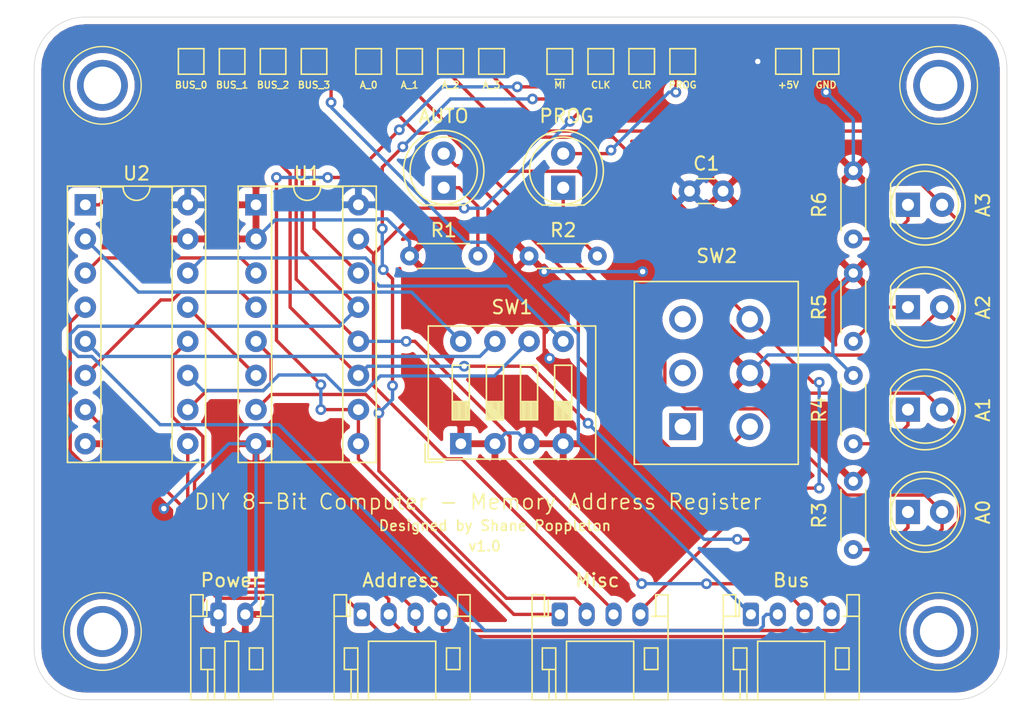
<source format=kicad_pcb>
(kicad_pcb (version 20171130) (host pcbnew "(5.1.2-1)-1")
  (layers (0 F.Cu signal) (31 B.Cu signal) (34 B.Paste user) (35 F.Paste user) (36 B.SilkS user) (37 F.SilkS user) (38 B.Mask user) (39 F.Mask user) (44 Edge.Cuts user))
  (net 0 "")
  (net 1 +5V)
  (net 2 /A0)
  (net 3 /A1)
  (net 4 /A2)
  (net 5 /A3)
  (net 6 /BUS_0)
  (net 7 /BUS_1)
  (net 8 /BUS_2)
  (net 9 /BUS_3)
  (net 10 GND)
  (net 11 /CLK)
  (net 12 /CLR)
  (net 13 /PROG)
  (net 14 /~MI~)
  (net 15 "Net-(D1-Pad2)")
  (net 16 "Net-(D1-Pad1)")
  (net 17 "Net-(D2-Pad1)")
  (net 18 "Net-(D3-Pad1)")
  (net 19 "Net-(D4-Pad1)")
  (net 20 "Net-(D5-Pad1)")
  (net 21 "Net-(D6-Pad1)")
  (net 22 "Net-(SW1-Pad8)")
  (net 23 "Net-(SW1-Pad7)")
  (net 24 "Net-(SW1-Pad6)")
  (net 25 "Net-(SW1-Pad5)")
  (net 26 "Net-(SW2-Pad3)")
  (net 27 "Net-(SW2-Pad2)")
  (net 28 "Net-(SW2-Pad1)")
  (net 29 "Net-(U1-Pad6)")
  (net 30 "Net-(U1-Pad5)")
  (net 31 "Net-(U1-Pad4)")
  (net 32 "Net-(U1-Pad3)")
  (module Package_DIP:DIP-16_W7.62mm_Socket (layer F.Cu) (at 19.05 30.48)
    (fp_text reference U2 (at 3.81 -2.33) (layer F.SilkS))
    (fp_text value 74LS157)
    (pad 16 thru_hole oval (at 7.62 0) (size 1.6 1.6) (drill 0.8) (layers *.Cu *.Mask) (net 1 +5V))
    (pad 8 thru_hole oval (at 0 17.78) (size 1.6 1.6) (drill 0.8) (layers *.Cu *.Mask) (net 10 GND))
    (pad 15 thru_hole oval (at 7.62 2.54) (size 1.6 1.6) (drill 0.8) (layers *.Cu *.Mask) (net 10 GND))
    (pad 7 thru_hole oval (at 0 15.24) (size 1.6 1.6) (drill 0.8) (layers *.Cu *.Mask) (net 4 /A2))
    (pad 14 thru_hole oval (at 7.62 5.08) (size 1.6 1.6) (drill 0.8) (layers *.Cu *.Mask) (net 25 "Net-(SW1-Pad5)"))
    (pad 6 thru_hole oval (at 0 12.7) (size 1.6 1.6) (drill 0.8) (layers *.Cu *.Mask) (net 31 "Net-(U1-Pad4)"))
    (pad 13 thru_hole oval (at 7.62 7.62) (size 1.6 1.6) (drill 0.8) (layers *.Cu *.Mask) (net 29 "Net-(U1-Pad6)"))
    (pad 5 thru_hole oval (at 0 10.16) (size 1.6 1.6) (drill 0.8) (layers *.Cu *.Mask) (net 23 "Net-(SW1-Pad7)"))
    (pad 12 thru_hole oval (at 7.62 10.16) (size 1.6 1.6) (drill 0.8) (layers *.Cu *.Mask) (net 2 /A0))
    (pad 4 thru_hole oval (at 0 7.62) (size 1.6 1.6) (drill 0.8) (layers *.Cu *.Mask) (net 5 /A3))
    (pad 11 thru_hole oval (at 7.62 12.7) (size 1.6 1.6) (drill 0.8) (layers *.Cu *.Mask) (net 24 "Net-(SW1-Pad6)"))
    (pad 3 thru_hole oval (at 0 5.08) (size 1.6 1.6) (drill 0.8) (layers *.Cu *.Mask) (net 32 "Net-(U1-Pad3)"))
    (pad 10 thru_hole oval (at 7.62 15.24) (size 1.6 1.6) (drill 0.8) (layers *.Cu *.Mask) (net 30 "Net-(U1-Pad5)"))
    (pad 2 thru_hole oval (at 0 2.54) (size 1.6 1.6) (drill 0.8) (layers *.Cu *.Mask) (net 22 "Net-(SW1-Pad8)"))
    (pad 9 thru_hole oval (at 7.62 17.78) (size 1.6 1.6) (drill 0.8) (layers *.Cu *.Mask) (net 3 /A1))
    (pad 1 thru_hole rect (at 0 0) (size 1.6 1.6) (drill 0.8) (layers *.Cu *.Mask) (net 13 /PROG))
  )
  (module Connector_JST:JST_PH_S4B-PH-K_1x04_P2.00mm_Horizontal (layer F.Cu) (at 39.624 60.96)
    (fp_text reference J4 hide)
    (fp_text value Address (at 2.921 -2.54) (layer F.SilkS))
    (pad 4 thru_hole oval (at 6 0) (size 1.2 1.75) (drill 0.75) (layers *.Cu *.Mask) (net 2 /A0))
    (pad 3 thru_hole oval (at 4 0) (size 1.2 1.75) (drill 0.75) (layers *.Cu *.Mask) (net 3 /A1))
    (pad 2 thru_hole oval (at 2 0) (size 1.2 1.75) (drill 0.75) (layers *.Cu *.Mask) (net 4 /A2))
    (pad 1 thru_hole roundrect (at 0 0) (size 1.2 1.75) (drill 0.75) (layers *.Cu *.Mask) (roundrect_rratio 0.208333) (net 5 /A3))
  )
  (module Connector_JST:JST_PH_S4B-PH-K_1x04_P2.00mm_Horizontal (layer F.Cu) (at 54.356 60.96)
    (fp_text reference J3 hide)
    (fp_text value Misc (at 2.794 -2.54) (layer F.SilkS))
    (pad 4 thru_hole oval (at 6 0) (size 1.2 1.75) (drill 0.75) (layers *.Cu *.Mask) (net 13 /PROG))
    (pad 3 thru_hole oval (at 4 0) (size 1.2 1.75) (drill 0.75) (layers *.Cu *.Mask) (net 12 /CLR))
    (pad 2 thru_hole oval (at 2 0) (size 1.2 1.75) (drill 0.75) (layers *.Cu *.Mask) (net 11 /CLK))
    (pad 1 thru_hole roundrect (at 0 0) (size 1.2 1.75) (drill 0.75) (layers *.Cu *.Mask) (roundrect_rratio 0.208333) (net 14 /~MI~))
  )
  (module Connector_JST:JST_PH_S4B-PH-K_1x04_P2.00mm_Horizontal (layer F.Cu) (at 68.58 60.96)
    (fp_text reference J2 hide)
    (fp_text value Bus (at 3 -2.54) (layer F.SilkS))
    (pad 4 thru_hole oval (at 6 0) (size 1.2 1.75) (drill 0.75) (layers *.Cu *.Mask) (net 6 /BUS_0))
    (pad 3 thru_hole oval (at 4 0) (size 1.2 1.75) (drill 0.75) (layers *.Cu *.Mask) (net 7 /BUS_1))
    (pad 2 thru_hole oval (at 2 0) (size 1.2 1.75) (drill 0.75) (layers *.Cu *.Mask) (net 8 /BUS_2))
    (pad 1 thru_hole roundrect (at 0 0) (size 1.2 1.75) (drill 0.75) (layers *.Cu *.Mask) (roundrect_rratio 0.208333) (net 9 /BUS_3))
  )
  (module Connector_JST:JST_PH_S2B-PH-K_1x02_P2.00mm_Horizontal (layer F.Cu) (at 28.956 60.96)
    (fp_text reference J1 hide)
    (fp_text value Power (at 0.889 -2.54) (layer F.SilkS))
    (pad 2 thru_hole oval (at 2 0) (size 1.2 1.75) (drill 0.75) (layers *.Cu *.Mask) (net 10 GND))
    (pad 1 thru_hole roundrect (at 0 0) (size 1.2 1.75) (drill 0.75) (layers *.Cu *.Mask) (roundrect_rratio 0.208333) (net 1 +5V))
  )
  (module digikey-footprints:Test-Point-Pin_Drill2.79mm (layer F.Cu) (at 82.55 21.59)
    (fp_text reference REF** hide)
    (fp_text value Test-Point-Pin_Drill2.79mm hide)
    (pad 1 thru_hole circle (at 0 0) (size 3.79 3.79) (drill 2.79) (layers *.Cu *.Mask))
  )
  (module digikey-footprints:Test-Point-Pin_Drill2.79mm (layer F.Cu) (at 82.55 62.23)
    (fp_text reference REF** hide)
    (fp_text value Test-Point-Pin_Drill2.79mm hide)
    (pad 1 thru_hole circle (at 0 0) (size 3.79 3.79) (drill 2.79) (layers *.Cu *.Mask))
  )
  (module digikey-footprints:Test-Point-Pin_Drill2.79mm (layer F.Cu) (at 20.32 62.23)
    (fp_text reference REF** hide)
    (fp_text value Test-Point-Pin_Drill2.79mm hide)
    (pad 1 thru_hole circle (at 0 0) (size 3.79 3.79) (drill 2.79) (layers *.Cu *.Mask))
  )
  (module digikey-footprints:Test-Point-Pin_Drill2.79mm (layer F.Cu) (at 20.32 21.59)
    (fp_text reference REF** hide)
    (fp_text value Test-Point-Pin_Drill2.79mm hide)
    (pad 1 thru_hole circle (at 0 0) (size 3.79 3.79) (drill 2.79) (layers *.Cu *.Mask))
  )
  (module Package_DIP:DIP-16_W7.62mm_Socket (layer F.Cu) (at 31.75 30.48)
    (fp_text reference U1 (at 3.81 -2.33) (layer F.SilkS))
    (fp_text value 74LS173)
    (pad 16 thru_hole oval (at 7.62 0) (size 1.6 1.6) (drill 0.8) (layers *.Cu *.Mask) (net 1 +5V))
    (pad 8 thru_hole oval (at 0 17.78) (size 1.6 1.6) (drill 0.8) (layers *.Cu *.Mask) (net 10 GND))
    (pad 15 thru_hole oval (at 7.62 2.54) (size 1.6 1.6) (drill 0.8) (layers *.Cu *.Mask) (net 12 /CLR))
    (pad 7 thru_hole oval (at 0 15.24) (size 1.6 1.6) (drill 0.8) (layers *.Cu *.Mask) (net 11 /CLK))
    (pad 14 thru_hole oval (at 7.62 5.08) (size 1.6 1.6) (drill 0.8) (layers *.Cu *.Mask) (net 9 /BUS_3))
    (pad 6 thru_hole oval (at 0 12.7) (size 1.6 1.6) (drill 0.8) (layers *.Cu *.Mask) (net 29 "Net-(U1-Pad6)"))
    (pad 13 thru_hole oval (at 7.62 7.62) (size 1.6 1.6) (drill 0.8) (layers *.Cu *.Mask) (net 8 /BUS_2))
    (pad 5 thru_hole oval (at 0 10.16) (size 1.6 1.6) (drill 0.8) (layers *.Cu *.Mask) (net 30 "Net-(U1-Pad5)"))
    (pad 12 thru_hole oval (at 7.62 10.16) (size 1.6 1.6) (drill 0.8) (layers *.Cu *.Mask) (net 7 /BUS_1))
    (pad 4 thru_hole oval (at 0 7.62) (size 1.6 1.6) (drill 0.8) (layers *.Cu *.Mask) (net 31 "Net-(U1-Pad4)"))
    (pad 11 thru_hole oval (at 7.62 12.7) (size 1.6 1.6) (drill 0.8) (layers *.Cu *.Mask) (net 6 /BUS_0))
    (pad 3 thru_hole oval (at 0 5.08) (size 1.6 1.6) (drill 0.8) (layers *.Cu *.Mask) (net 32 "Net-(U1-Pad3)"))
    (pad 10 thru_hole oval (at 7.62 15.24) (size 1.6 1.6) (drill 0.8) (layers *.Cu *.Mask) (net 14 /~MI~))
    (pad 2 thru_hole oval (at 0 2.54) (size 1.6 1.6) (drill 0.8) (layers *.Cu *.Mask) (net 10 GND))
    (pad 9 thru_hole oval (at 7.62 17.78) (size 1.6 1.6) (drill 0.8) (layers *.Cu *.Mask) (net 14 /~MI~))
    (pad 1 thru_hole rect (at 0 0) (size 1.6 1.6) (drill 0.8) (layers *.Cu *.Mask) (net 10 GND))
  )
  (module TestPoint:TestPoint_Pad_1.5x1.5mm (layer F.Cu) (at 49.276 19.812)
    (fp_text reference TP13 hide)
    (fp_text value A_3 (at 0 1.75) (layer F.SilkS) (effects (font (size 0.508 0.508) (thickness 0.1016))))
    (pad 1 smd rect (at 0 0) (size 1.5 1.5) (layers F.Cu F.Mask) (net 5 /A3))
  )
  (module TestPoint:TestPoint_Pad_1.5x1.5mm (layer F.Cu) (at 46.228 19.812)
    (fp_text reference TP12 hide)
    (fp_text value A_2 (at 0 1.75) (layer F.SilkS) (effects (font (size 0.508 0.508) (thickness 0.1016))))
    (pad 1 smd rect (at 0 0) (size 1.5 1.5) (layers F.Cu F.Mask) (net 4 /A2))
  )
  (module TestPoint:TestPoint_Pad_1.5x1.5mm (layer F.Cu) (at 43.18 19.812)
    (fp_text reference TP11 hide)
    (fp_text value A_1 (at 0 1.75) (layer F.SilkS) (effects (font (size 0.508 0.508) (thickness 0.1016))))
    (pad 1 smd rect (at 0 0) (size 1.5 1.5) (layers F.Cu F.Mask) (net 3 /A1))
  )
  (module TestPoint:TestPoint_Pad_1.5x1.5mm (layer F.Cu) (at 40.132 19.812)
    (fp_text reference TP10 hide)
    (fp_text value A_0 (at 0 1.75) (layer F.SilkS) (effects (font (size 0.508 0.508) (thickness 0.1016))))
    (pad 1 smd rect (at 0 0) (size 1.5 1.5) (layers F.Cu F.Mask) (net 2 /A0))
  )
  (module TestPoint:TestPoint_Pad_1.5x1.5mm (layer F.Cu) (at 74.168 19.812)
    (fp_text reference TP9 hide)
    (fp_text value GND (at 0 1.75) (layer F.SilkS) (effects (font (size 0.508 0.508) (thickness 0.1016))))
    (pad 1 smd rect (at 0 0) (size 1.5 1.5) (layers F.Cu F.Mask) (net 10 GND))
  )
  (module TestPoint:TestPoint_Pad_1.5x1.5mm (layer F.Cu) (at 63.5 19.812)
    (fp_text reference TP8 hide)
    (fp_text value PROG (at 0 1.75) (layer F.SilkS) (effects (font (size 0.508 0.508) (thickness 0.1016))))
    (pad 1 smd rect (at 0 0) (size 1.5 1.5) (layers F.Cu F.Mask) (net 13 /PROG))
  )
  (module TestPoint:TestPoint_Pad_1.5x1.5mm (layer F.Cu) (at 36.068 19.812)
    (fp_text reference TP7 hide)
    (fp_text value BUS_3 (at 0 1.75) (layer F.SilkS) (effects (font (size 0.508 0.508) (thickness 0.1016))))
    (pad 1 smd rect (at 0 0) (size 1.5 1.5) (layers F.Cu F.Mask) (net 9 /BUS_3))
  )
  (module TestPoint:TestPoint_Pad_1.5x1.5mm (layer F.Cu) (at 60.452 19.812)
    (fp_text reference TP6 hide)
    (fp_text value CLR (at 0 1.75) (layer F.SilkS) (effects (font (size 0.508 0.508) (thickness 0.1016))))
    (pad 1 smd rect (at 0 0) (size 1.5 1.5) (layers F.Cu F.Mask) (net 12 /CLR))
  )
  (module TestPoint:TestPoint_Pad_1.5x1.5mm (layer F.Cu) (at 33.02 19.812)
    (fp_text reference TP5 hide)
    (fp_text value BUS_2 (at 0 1.75) (layer F.SilkS) (effects (font (size 0.508 0.508) (thickness 0.1016))))
    (pad 1 smd rect (at 0 0) (size 1.5 1.5) (layers F.Cu F.Mask) (net 8 /BUS_2))
  )
  (module TestPoint:TestPoint_Pad_1.5x1.5mm (layer F.Cu) (at 57.404 19.812)
    (fp_text reference TP4 hide)
    (fp_text value CLK (at 0 1.75) (layer F.SilkS) (effects (font (size 0.508 0.508) (thickness 0.1016))))
    (pad 1 smd rect (at 0 0) (size 1.5 1.5) (layers F.Cu F.Mask) (net 11 /CLK))
  )
  (module TestPoint:TestPoint_Pad_1.5x1.5mm (layer F.Cu) (at 54.356 19.812)
    (fp_text reference TP3 hide)
    (fp_text value ~MI~ (at 0 1.75) (layer F.SilkS) (effects (font (size 0.508 0.508) (thickness 0.1016))))
    (pad 1 smd rect (at 0 0) (size 1.5 1.5) (layers F.Cu F.Mask) (net 14 /~MI~))
  )
  (module TestPoint:TestPoint_Pad_1.5x1.5mm (layer F.Cu) (at 29.972 19.812)
    (fp_text reference TP2 hide)
    (fp_text value BUS_1 (at 0 1.75) (layer F.SilkS) (effects (font (size 0.508 0.508) (thickness 0.1016))))
    (pad 1 smd rect (at 0 0) (size 1.5 1.5) (layers F.Cu F.Mask) (net 7 /BUS_1))
  )
  (module TestPoint:TestPoint_Pad_1.5x1.5mm (layer F.Cu) (at 26.924 19.812)
    (fp_text reference TP1 hide)
    (fp_text value BUS_0 (at 0 1.75) (layer F.SilkS) (effects (font (size 0.508 0.508) (thickness 0.1016))))
    (pad 1 smd rect (at 0 0) (size 1.5 1.5) (layers F.Cu F.Mask) (net 6 /BUS_0))
  )
  (module Button_Switch_THT:SW_PUSH_E-Switch_FS5700DP_DPDT (layer F.Cu) (at 63.5 46.99 90)
    (fp_text reference SW2 (at 12.7 2.54 180) (layer F.SilkS))
    (fp_text value SW_DPDT_x2)
    (pad 6 thru_hole circle (at 8 5 90) (size 2 2) (drill 1.2) (layers *.Cu *.Mask) (net 13 /PROG))
    (pad 5 thru_hole circle (at 4 5 90) (size 2 2) (drill 1.2) (layers *.Cu *.Mask) (net 10 GND))
    (pad 4 thru_hole circle (at 0 5 90) (size 2 2) (drill 1.2) (layers *.Cu *.Mask) (net 15 "Net-(D1-Pad2)"))
    (pad 3 thru_hole circle (at 8 0 90) (size 2 2) (drill 1.2) (layers *.Cu *.Mask) (net 26 "Net-(SW2-Pad3)"))
    (pad 2 thru_hole circle (at 4 0 90) (size 2 2) (drill 1.2) (layers *.Cu *.Mask) (net 27 "Net-(SW2-Pad2)"))
    (pad 1 thru_hole rect (at 0 0 90) (size 2 2) (drill 1.2) (layers *.Cu *.Mask) (net 28 "Net-(SW2-Pad1)"))
  )
  (module Button_Switch_THT:SW_DIP_SPSTx04_Slide_9.78x12.34mm_W7.62mm_P2.54mm (layer F.Cu) (at 46.99 48.26 90)
    (fp_text reference SW1 (at 10.16 3.81 180) (layer F.SilkS))
    (fp_text value SW_DIP_x04)
    (pad 8 thru_hole oval (at 7.62 0 90) (size 1.6 1.6) (drill 0.8) (layers *.Cu *.Mask) (net 22 "Net-(SW1-Pad8)"))
    (pad 4 thru_hole oval (at 0 7.62 90) (size 1.6 1.6) (drill 0.8) (layers *.Cu *.Mask) (net 10 GND))
    (pad 7 thru_hole oval (at 7.62 2.54 90) (size 1.6 1.6) (drill 0.8) (layers *.Cu *.Mask) (net 23 "Net-(SW1-Pad7)"))
    (pad 3 thru_hole oval (at 0 5.08 90) (size 1.6 1.6) (drill 0.8) (layers *.Cu *.Mask) (net 10 GND))
    (pad 6 thru_hole oval (at 7.62 5.08 90) (size 1.6 1.6) (drill 0.8) (layers *.Cu *.Mask) (net 24 "Net-(SW1-Pad6)"))
    (pad 2 thru_hole oval (at 0 2.54 90) (size 1.6 1.6) (drill 0.8) (layers *.Cu *.Mask) (net 10 GND))
    (pad 5 thru_hole oval (at 7.62 7.62 90) (size 1.6 1.6) (drill 0.8) (layers *.Cu *.Mask) (net 25 "Net-(SW1-Pad5)"))
    (pad 1 thru_hole rect (at 0 0 90) (size 1.6 1.6) (drill 0.8) (layers *.Cu *.Mask) (net 10 GND))
  )
  (module Resistor_THT:R_Axial_DIN0204_L3.6mm_D1.6mm_P5.08mm_Horizontal (layer F.Cu) (at 76.2 27.94 270)
    (fp_text reference R6 (at 2.54 2.54 90) (layer F.SilkS))
    (fp_text value 220R)
    (pad 2 thru_hole oval (at 5.08 0 270) (size 1.4 1.4) (drill 0.7) (layers *.Cu *.Mask) (net 21 "Net-(D6-Pad1)"))
    (pad 1 thru_hole circle (at 0 0 270) (size 1.4 1.4) (drill 0.7) (layers *.Cu *.Mask) (net 10 GND))
  )
  (module Resistor_THT:R_Axial_DIN0204_L3.6mm_D1.6mm_P5.08mm_Horizontal (layer F.Cu) (at 76.2 35.56 270)
    (fp_text reference R5 (at 2.54 2.54 90) (layer F.SilkS))
    (fp_text value 220R)
    (pad 2 thru_hole oval (at 5.08 0 270) (size 1.4 1.4) (drill 0.7) (layers *.Cu *.Mask) (net 20 "Net-(D5-Pad1)"))
    (pad 1 thru_hole circle (at 0 0 270) (size 1.4 1.4) (drill 0.7) (layers *.Cu *.Mask) (net 10 GND))
  )
  (module Resistor_THT:R_Axial_DIN0204_L3.6mm_D1.6mm_P5.08mm_Horizontal (layer F.Cu) (at 76.2 43.18 270)
    (fp_text reference R4 (at 2.54 2.54 90) (layer F.SilkS))
    (fp_text value 220R)
    (pad 2 thru_hole oval (at 5.08 0 270) (size 1.4 1.4) (drill 0.7) (layers *.Cu *.Mask) (net 19 "Net-(D4-Pad1)"))
    (pad 1 thru_hole circle (at 0 0 270) (size 1.4 1.4) (drill 0.7) (layers *.Cu *.Mask) (net 10 GND))
  )
  (module Resistor_THT:R_Axial_DIN0204_L3.6mm_D1.6mm_P5.08mm_Horizontal (layer F.Cu) (at 76.2 51.054 270)
    (fp_text reference R3 (at 2.54 2.54 90) (layer F.SilkS))
    (fp_text value 220R)
    (pad 2 thru_hole oval (at 5.08 0 270) (size 1.4 1.4) (drill 0.7) (layers *.Cu *.Mask) (net 18 "Net-(D3-Pad1)"))
    (pad 1 thru_hole circle (at 0 0 270) (size 1.4 1.4) (drill 0.7) (layers *.Cu *.Mask) (net 10 GND))
  )
  (module Resistor_THT:R_Axial_DIN0204_L3.6mm_D1.6mm_P5.08mm_Horizontal (layer F.Cu) (at 52.07 34.29)
    (fp_text reference R2 (at 2.54 -1.92) (layer F.SilkS))
    (fp_text value 220R)
    (pad 2 thru_hole oval (at 5.08 0) (size 1.4 1.4) (drill 0.7) (layers *.Cu *.Mask) (net 17 "Net-(D2-Pad1)"))
    (pad 1 thru_hole circle (at 0 0) (size 1.4 1.4) (drill 0.7) (layers *.Cu *.Mask) (net 10 GND))
  )
  (module Resistor_THT:R_Axial_DIN0204_L3.6mm_D1.6mm_P5.08mm_Horizontal (layer F.Cu) (at 43.18 34.29)
    (fp_text reference R1 (at 2.54 -1.92) (layer F.SilkS))
    (fp_text value 220R)
    (pad 2 thru_hole oval (at 5.08 0) (size 1.4 1.4) (drill 0.7) (layers *.Cu *.Mask) (net 16 "Net-(D1-Pad1)"))
    (pad 1 thru_hole circle (at 0 0) (size 1.4 1.4) (drill 0.7) (layers *.Cu *.Mask) (net 10 GND))
  )
  (module LED_THT:LED_D5.0mm (layer F.Cu) (at 80.264 30.48)
    (fp_text reference D6 hide)
    (fp_text value A3 (at 5.588 0 90) (layer F.SilkS))
    (pad 2 thru_hole circle (at 2.54 0) (size 1.8 1.8) (drill 0.9) (layers *.Cu *.Mask) (net 5 /A3))
    (pad 1 thru_hole rect (at 0 0) (size 1.8 1.8) (drill 0.9) (layers *.Cu *.Mask) (net 21 "Net-(D6-Pad1)"))
  )
  (module LED_THT:LED_D5.0mm (layer F.Cu) (at 80.264 38.1)
    (fp_text reference D5 hide)
    (fp_text value A2 (at 5.588 0 90) (layer F.SilkS))
    (pad 2 thru_hole circle (at 2.54 0) (size 1.8 1.8) (drill 0.9) (layers *.Cu *.Mask) (net 4 /A2))
    (pad 1 thru_hole rect (at 0 0) (size 1.8 1.8) (drill 0.9) (layers *.Cu *.Mask) (net 20 "Net-(D5-Pad1)"))
  )
  (module LED_THT:LED_D5.0mm (layer F.Cu) (at 80.264 45.72)
    (fp_text reference D4 hide)
    (fp_text value A1 (at 5.588 0 90) (layer F.SilkS))
    (pad 2 thru_hole circle (at 2.54 0) (size 1.8 1.8) (drill 0.9) (layers *.Cu *.Mask) (net 3 /A1))
    (pad 1 thru_hole rect (at 0 0) (size 1.8 1.8) (drill 0.9) (layers *.Cu *.Mask) (net 19 "Net-(D4-Pad1)"))
  )
  (module LED_THT:LED_D5.0mm (layer F.Cu) (at 80.264 53.34)
    (fp_text reference D3 hide)
    (fp_text value A0 (at 5.588 0 90) (layer F.SilkS))
    (pad 2 thru_hole circle (at 2.54 0) (size 1.8 1.8) (drill 0.9) (layers *.Cu *.Mask) (net 2 /A0))
    (pad 1 thru_hole rect (at 0 0) (size 1.8 1.8) (drill 0.9) (layers *.Cu *.Mask) (net 18 "Net-(D3-Pad1)"))
  )
  (module LED_THT:LED_D5.0mm (layer F.Cu) (at 54.61 29.21 90)
    (fp_text reference D2 hide)
    (fp_text value PROG (at 5.334 0.254 180) (layer F.SilkS))
    (pad 2 thru_hole circle (at 2.54 0 90) (size 1.8 1.8) (drill 0.9) (layers *.Cu *.Mask) (net 13 /PROG))
    (pad 1 thru_hole rect (at 0 0 90) (size 1.8 1.8) (drill 0.9) (layers *.Cu *.Mask) (net 17 "Net-(D2-Pad1)"))
  )
  (module LED_THT:LED_D5.0mm (layer F.Cu) (at 45.72 29.21 90)
    (fp_text reference D1 hide)
    (fp_text value AUTO (at 5.334 0 180) (layer F.SilkS))
    (pad 2 thru_hole circle (at 2.54 0 90) (size 1.8 1.8) (drill 0.9) (layers *.Cu *.Mask) (net 15 "Net-(D1-Pad2)"))
    (pad 1 thru_hole rect (at 0 0 90) (size 1.8 1.8) (drill 0.9) (layers *.Cu *.Mask) (net 16 "Net-(D1-Pad1)"))
  )
  (module Capacitor_THT:C_Disc_D3.0mm_W1.6mm_P2.50mm (layer F.Cu) (at 64.008 29.464)
    (fp_text reference C1 (at 1.25 -2.05) (layer F.SilkS))
    (fp_text value 100nF)
    (pad 2 thru_hole circle (at 2.5 0) (size 1.6 1.6) (drill 0.8) (layers *.Cu *.Mask) (net 10 GND))
    (pad 1 thru_hole circle (at 0 0) (size 1.6 1.6) (drill 0.8) (layers *.Cu *.Mask) (net 1 +5V))
  )
  (module TestPoint:TestPoint_Pad_1.5x1.5mm (layer F.Cu) (at 71.374 19.812)
    (fp_text reference TP14 hide)
    (fp_text value +5V (at 0 1.75) (layer F.SilkS) (effects (font (size 0.508 0.508) (thickness 0.1016))))
    (pad 1 smd rect (at 0 0) (size 1.5 1.5) (layers F.Cu F.Mask) (net 1 +5V))
  )
  (gr_text v1.0 (at 48.768 55.88) (layer F.SilkS) (effects (font (size 0.762 0.762) (thickness 0.127))))
  (gr_text "Designed by Shane Poppleton" (at 49.53 54.356) (layer F.SilkS) (effects (font (size 0.762 0.762) (thickness 0.127))))
  (gr_text "DIY 8-Bit Computer - Memory Address Register" (at 48.26 52.578) (layer F.SilkS) (effects (font (size 1.143 1.143) (thickness 0.127))))
  (gr_line (start 83.82 67.31) (end 19.05 67.31) (layer Edge.Cuts) (width 0.05))
  (gr_line (start 87.63 20.32) (end 87.63 63.5) (layer Edge.Cuts) (width 0.05))
  (gr_line (start 15.24 20.32) (end 15.24 63.5) (layer Edge.Cuts) (width 0.05))
  (gr_line (start 19.05 16.51) (end 83.82 16.51) (layer Edge.Cuts) (width 0.05))
  (gr_arc (start 83.82 63.5) (end 83.82 67.31) (angle -90) (layer Edge.Cuts) (width 0.05))
  (gr_arc (start 19.05 63.5) (end 15.24 63.5) (angle -90) (layer Edge.Cuts) (width 0.05))
  (gr_arc (start 19.05 20.32) (end 19.05 16.51) (angle -90) (layer Edge.Cuts) (width 0.05))
  (gr_arc (start 83.82 20.32) (end 87.63 20.32) (angle -90) (layer Edge.Cuts) (width 0.05))
  (via (at 69.088 19.812) (size 0.8) (drill 0.4) (layers F.Cu B.Cu) (net 1))
  (segment (start 71.374 19.812) (end 69.088 19.812) (width 0.25) (layer F.Cu) (net 1))
  (segment (start 43.34896 58.40996) (end 45.624 60.685) (width 0.25) (layer F.Cu) (net 2))
  (segment (start 25.544999 41.765001) (end 25.544999 46.260001) (width 0.25) (layer F.Cu) (net 2))
  (segment (start 29.58237 58.40996) (end 43.34896 58.40996) (width 0.25) (layer F.Cu) (net 2))
  (segment (start 27.178 51.054) (end 27.178 56.00559) (width 0.25) (layer F.Cu) (net 2))
  (segment (start 27.795001 47.719999) (end 27.795001 50.436999) (width 0.25) (layer F.Cu) (net 2))
  (segment (start 27.210001 47.134999) (end 27.795001 47.719999) (width 0.25) (layer F.Cu) (net 2))
  (segment (start 26.419997 47.134999) (end 27.210001 47.134999) (width 0.25) (layer F.Cu) (net 2))
  (segment (start 27.178 56.00559) (end 29.58237 58.40996) (width 0.25) (layer F.Cu) (net 2))
  (segment (start 27.795001 50.436999) (end 27.178 51.054) (width 0.25) (layer F.Cu) (net 2))
  (segment (start 45.624 60.685) (end 45.624 60.96) (width 0.25) (layer F.Cu) (net 2))
  (segment (start 25.544999 46.260001) (end 26.419997 47.134999) (width 0.25) (layer F.Cu) (net 2))
  (segment (start 26.67 40.64) (end 25.544999 41.765001) (width 0.25) (layer F.Cu) (net 2))
  (segment (start 82.804 54.612792) (end 82.804 53.34) (width 0.25) (layer F.Cu) (net 2))
  (segment (start 75.256782 62.16001) (end 82.804 54.612792) (width 0.25) (layer F.Cu) (net 2))
  (segment (start 45.624 62.085) (end 45.69901 62.16001) (width 0.25) (layer F.Cu) (net 2))
  (segment (start 45.69901 62.16001) (end 75.256782 62.16001) (width 0.25) (layer F.Cu) (net 2))
  (segment (start 45.624 60.96) (end 45.624 62.085) (width 0.25) (layer F.Cu) (net 2))
  (segment (start 41.132 19.812) (end 42.164 20.844) (width 0.25) (layer F.Cu) (net 2))
  (segment (start 40.132 19.812) (end 41.132 19.812) (width 0.25) (layer F.Cu) (net 2))
  (segment (start 42.164 20.844) (end 42.164 23.622) (width 0.25) (layer F.Cu) (net 2))
  (segment (start 81.904001 52.440001) (end 82.804 53.34) (width 0.25) (layer F.Cu) (net 2))
  (segment (start 69.293997 45.664999) (end 75.707999 52.079001) (width 0.25) (layer F.Cu) (net 2))
  (segment (start 81.543001 52.079001) (end 81.904001 52.440001) (width 0.25) (layer F.Cu) (net 2))
  (segment (start 63.698999 45.664999) (end 69.293997 45.664999) (width 0.25) (layer F.Cu) (net 2))
  (segment (start 62.174999 44.140999) (end 63.698999 45.664999) (width 0.25) (layer F.Cu) (net 2))
  (segment (start 62.174999 41.311997) (end 62.174999 44.140999) (width 0.25) (layer F.Cu) (net 2))
  (segment (start 75.707999 52.079001) (end 81.543001 52.079001) (width 0.25) (layer F.Cu) (net 2))
  (segment (start 46.009002 25.146) (end 62.174999 41.311997) (width 0.25) (layer F.Cu) (net 2))
  (segment (start 43.688 25.146) (end 46.009002 25.146) (width 0.25) (layer F.Cu) (net 2))
  (segment (start 42.164 23.622) (end 43.688 25.146) (width 0.25) (layer F.Cu) (net 2))
  (segment (start 26.67 48.26) (end 26.67 56.134) (width 0.25) (layer F.Cu) (net 3))
  (segment (start 26.67 56.134) (end 29.39597 58.85997) (width 0.25) (layer F.Cu) (net 3))
  (segment (start 43.624 60.685) (end 43.624 60.96) (width 0.25) (layer F.Cu) (net 3))
  (segment (start 41.79897 58.85997) (end 43.624 60.685) (width 0.25) (layer F.Cu) (net 3))
  (segment (start 29.39597 58.85997) (end 41.79897 58.85997) (width 0.25) (layer F.Cu) (net 3))
  (segment (start 83.703999 46.619999) (end 82.804 45.72) (width 0.25) (layer F.Cu) (net 3))
  (segment (start 84.029001 46.945001) (end 83.703999 46.619999) (width 0.25) (layer F.Cu) (net 3))
  (segment (start 84.029001 54.024201) (end 84.029001 46.945001) (width 0.25) (layer F.Cu) (net 3))
  (segment (start 75.443183 62.610019) (end 84.029001 54.024201) (width 0.25) (layer F.Cu) (net 3))
  (segment (start 43.624 62.085) (end 44.149019 62.610019) (width 0.25) (layer F.Cu) (net 3))
  (segment (start 44.149019 62.610019) (end 75.443183 62.610019) (width 0.25) (layer F.Cu) (net 3))
  (segment (start 43.624 60.96) (end 43.624 62.085) (width 0.25) (layer F.Cu) (net 3))
  (segment (start 81.578999 44.494999) (end 81.904001 44.820001) (width 0.25) (layer F.Cu) (net 3))
  (segment (start 62.174999 34.626001) (end 72.043997 44.494999) (width 0.25) (layer F.Cu) (net 3))
  (segment (start 62.174999 34.389997) (end 62.174999 34.626001) (width 0.25) (layer F.Cu) (net 3))
  (segment (start 55.770001 27.984999) (end 62.174999 34.389997) (width 0.25) (layer F.Cu) (net 3))
  (segment (start 49.484411 27.984999) (end 55.770001 27.984999) (width 0.25) (layer F.Cu) (net 3))
  (segment (start 43.18 21.680588) (end 49.484411 27.984999) (width 0.25) (layer F.Cu) (net 3))
  (segment (start 81.904001 44.820001) (end 82.804 45.72) (width 0.25) (layer F.Cu) (net 3))
  (segment (start 72.043997 44.494999) (end 81.578999 44.494999) (width 0.25) (layer F.Cu) (net 3))
  (segment (start 43.18 19.812) (end 43.18 21.680588) (width 0.25) (layer F.Cu) (net 3))
  (segment (start 26.21999 52.88999) (end 19.05 45.72) (width 0.25) (layer F.Cu) (net 4))
  (segment (start 26.21999 56.3204) (end 26.21999 52.88999) (width 0.25) (layer F.Cu) (net 4))
  (segment (start 29.209569 59.309979) (end 26.21999 56.3204) (width 0.25) (layer F.Cu) (net 4))
  (segment (start 41.09898 59.30998) (end 29.209569 59.309979) (width 0.25) (layer F.Cu) (net 4))
  (segment (start 41.624 59.835) (end 41.09898 59.30998) (width 0.25) (layer F.Cu) (net 4))
  (segment (start 41.624 60.96) (end 41.624 59.835) (width 0.25) (layer F.Cu) (net 4))
  (segment (start 83.703999 38.999999) (end 82.804 38.1) (width 0.25) (layer F.Cu) (net 4))
  (segment (start 84.479011 39.775011) (end 83.703999 38.999999) (width 0.25) (layer F.Cu) (net 4))
  (segment (start 84.479011 54.210601) (end 84.479011 39.775011) (width 0.25) (layer F.Cu) (net 4))
  (segment (start 75.629584 63.060028) (end 84.479011 54.210601) (width 0.25) (layer F.Cu) (net 4))
  (segment (start 43.449028 63.060028) (end 75.629584 63.060028) (width 0.25) (layer F.Cu) (net 4))
  (segment (start 41.624 61.235) (end 43.449028 63.060028) (width 0.25) (layer F.Cu) (net 4))
  (segment (start 41.624 60.96) (end 41.624 61.235) (width 0.25) (layer F.Cu) (net 4))
  (segment (start 81.904001 38.999999) (end 82.804 38.1) (width 0.25) (layer F.Cu) (net 4))
  (segment (start 79.238999 41.665001) (end 81.904001 38.999999) (width 0.25) (layer F.Cu) (net 4))
  (segment (start 74.543999 41.665001) (end 79.238999 41.665001) (width 0.25) (layer F.Cu) (net 4))
  (segment (start 58.323997 25.444999) (end 74.543999 41.665001) (width 0.25) (layer F.Cu) (net 4))
  (segment (start 50.860999 25.444999) (end 58.323997 25.444999) (width 0.25) (layer F.Cu) (net 4))
  (segment (start 46.228 20.812) (end 50.860999 25.444999) (width 0.25) (layer F.Cu) (net 4))
  (segment (start 46.228 19.812) (end 46.228 20.812) (width 0.25) (layer F.Cu) (net 4))
  (segment (start 18.250001 38.899999) (end 19.05 38.1) (width 0.25) (layer F.Cu) (net 5))
  (segment (start 17.924999 48.800001) (end 17.924999 39.225001) (width 0.25) (layer F.Cu) (net 5))
  (segment (start 28.884988 59.75999) (end 17.924999 48.800001) (width 0.25) (layer F.Cu) (net 5))
  (segment (start 38.42399 59.75999) (end 28.884988 59.75999) (width 0.25) (layer F.Cu) (net 5))
  (segment (start 17.924999 39.225001) (end 18.250001 38.899999) (width 0.25) (layer F.Cu) (net 5))
  (segment (start 39.624 60.96) (end 38.42399 59.75999) (width 0.25) (layer F.Cu) (net 5))
  (segment (start 84.929021 32.605021) (end 83.703999 31.379999) (width 0.25) (layer F.Cu) (net 5))
  (segment (start 75.815985 63.510037) (end 84.929021 54.397001) (width 0.25) (layer F.Cu) (net 5))
  (segment (start 42.174038 63.510038) (end 75.815985 63.510037) (width 0.25) (layer F.Cu) (net 5))
  (segment (start 83.703999 31.379999) (end 82.804 30.48) (width 0.25) (layer F.Cu) (net 5))
  (segment (start 84.929021 54.397001) (end 84.929021 32.605021) (width 0.25) (layer F.Cu) (net 5))
  (segment (start 39.624 60.96) (end 42.174038 63.510038) (width 0.25) (layer F.Cu) (net 5))
  (segment (start 77.318989 24.994989) (end 82.804 30.48) (width 0.25) (layer F.Cu) (net 5))
  (segment (start 49.276 20.812) (end 53.458989 24.994989) (width 0.25) (layer F.Cu) (net 5))
  (segment (start 53.458989 24.994989) (end 77.318989 24.994989) (width 0.25) (layer F.Cu) (net 5))
  (segment (start 49.276 19.812) (end 49.276 20.812) (width 0.25) (layer F.Cu) (net 5))
  (segment (start 26.924 20.812) (end 34.29 28.178) (width 0.25) (layer F.Cu) (net 6))
  (segment (start 26.924 19.812) (end 26.924 20.812) (width 0.25) (layer F.Cu) (net 6))
  (segment (start 34.29 38.1) (end 39.37 43.18) (width 0.25) (layer F.Cu) (net 6))
  (segment (start 34.29 28.178) (end 34.29 38.1) (width 0.25) (layer F.Cu) (net 6))
  (via (at 67.564 55.372) (size 0.8) (drill 0.4) (layers F.Cu B.Cu) (net 6))
  (segment (start 68.992 55.372) (end 67.564 55.372) (width 0.25) (layer F.Cu) (net 6))
  (segment (start 69.267 55.372) (end 68.992 55.372) (width 0.25) (layer F.Cu) (net 6))
  (segment (start 74.58 60.685) (end 69.267 55.372) (width 0.25) (layer F.Cu) (net 6))
  (segment (start 74.58 60.96) (end 74.58 60.685) (width 0.25) (layer F.Cu) (net 6))
  (via (at 56.460001 46.736) (size 0.8) (drill 0.4) (layers F.Cu B.Cu) (net 6))
  (segment (start 65.096001 55.372) (end 56.460001 46.736) (width 0.25) (layer B.Cu) (net 6))
  (segment (start 67.564 55.372) (end 65.096001 55.372) (width 0.25) (layer B.Cu) (net 6))
  (via (at 47.244 42.491999) (size 0.8) (drill 0.4) (layers F.Cu B.Cu) (net 6))
  (segment (start 52.216 42.491999) (end 47.244 42.491999) (width 0.25) (layer F.Cu) (net 6))
  (segment (start 56.460001 46.736) (end 52.216 42.491999) (width 0.25) (layer F.Cu) (net 6))
  (segment (start 40.058001 42.491999) (end 39.37 43.18) (width 0.25) (layer B.Cu) (net 6))
  (segment (start 47.244 42.491999) (end 40.058001 42.491999) (width 0.25) (layer B.Cu) (net 6))
  (segment (start 29.972 20.812) (end 29.972 19.812) (width 0.25) (layer F.Cu) (net 7))
  (segment (start 34.74001 25.58001) (end 29.972 20.812) (width 0.25) (layer F.Cu) (net 7))
  (segment (start 34.74001 36.01001) (end 34.74001 25.58001) (width 0.25) (layer F.Cu) (net 7))
  (segment (start 39.37 40.64) (end 34.74001 36.01001) (width 0.25) (layer F.Cu) (net 7))
  (via (at 42.926 40.64) (size 0.8) (drill 0.4) (layers F.Cu B.Cu) (net 7))
  (segment (start 39.37 40.64) (end 42.926 40.64) (width 0.25) (layer B.Cu) (net 7))
  (via (at 60.452 58.674) (size 0.8) (drill 0.4) (layers F.Cu B.Cu) (net 7))
  (segment (start 50.655001 47.719999) (end 50.655001 48.877001) (width 0.25) (layer F.Cu) (net 7))
  (segment (start 50.655001 48.877001) (end 60.452 58.674) (width 0.25) (layer F.Cu) (net 7))
  (segment (start 43.575002 40.64) (end 50.655001 47.719999) (width 0.25) (layer F.Cu) (net 7))
  (segment (start 42.926 40.64) (end 43.575002 40.64) (width 0.25) (layer F.Cu) (net 7))
  (via (at 65.273347 58.678653) (size 0.8) (drill 0.4) (layers F.Cu B.Cu) (net 7))
  (segment (start 65.268694 58.674) (end 65.273347 58.678653) (width 0.25) (layer B.Cu) (net 7))
  (segment (start 60.452 58.674) (end 65.268694 58.674) (width 0.25) (layer B.Cu) (net 7))
  (segment (start 72.58 60.685) (end 72.58 60.96) (width 0.25) (layer F.Cu) (net 7))
  (segment (start 70.573653 58.678653) (end 72.58 60.685) (width 0.25) (layer F.Cu) (net 7))
  (segment (start 65.273347 58.678653) (end 70.573653 58.678653) (width 0.25) (layer F.Cu) (net 7))
  (segment (start 33.02 23.22359) (end 35.19002 25.39361) (width 0.25) (layer F.Cu) (net 8))
  (segment (start 33.02 19.812) (end 33.02 23.22359) (width 0.25) (layer F.Cu) (net 8))
  (segment (start 35.19002 33.92002) (end 39.37 38.1) (width 0.25) (layer F.Cu) (net 8))
  (segment (start 35.19002 25.39361) (end 35.19002 33.92002) (width 0.25) (layer F.Cu) (net 8))
  (segment (start 70.58 60.96) (end 70.58 60.685) (width 0.25) (layer B.Cu) (net 8))
  (segment (start 69.50501 61.18499) (end 69.73 60.96) (width 0.25) (layer B.Cu) (net 8))
  (segment (start 69.16818 62.16001) (end 69.50501 61.82318) (width 0.25) (layer B.Cu) (net 8))
  (segment (start 48.77501 62.16001) (end 69.16818 62.16001) (width 0.25) (layer B.Cu) (net 8))
  (segment (start 69.73 60.96) (end 70.58 60.96) (width 0.25) (layer B.Cu) (net 8))
  (segment (start 33.460001 46.845001) (end 48.77501 62.16001) (width 0.25) (layer B.Cu) (net 8))
  (segment (start 24.618591 46.845001) (end 33.460001 46.845001) (width 0.25) (layer B.Cu) (net 8))
  (segment (start 19.538591 41.765001) (end 24.618591 46.845001) (width 0.25) (layer B.Cu) (net 8))
  (segment (start 18.509999 41.765001) (end 19.538591 41.765001) (width 0.25) (layer B.Cu) (net 8))
  (segment (start 37.955001 39.514999) (end 18.509999 39.514999) (width 0.25) (layer B.Cu) (net 8))
  (segment (start 18.509999 39.514999) (end 17.924999 40.099999) (width 0.25) (layer B.Cu) (net 8))
  (segment (start 69.50501 61.82318) (end 69.50501 61.18499) (width 0.25) (layer B.Cu) (net 8))
  (segment (start 17.924999 41.180001) (end 18.509999 41.765001) (width 0.25) (layer B.Cu) (net 8))
  (segment (start 17.924999 40.099999) (end 17.924999 41.180001) (width 0.25) (layer B.Cu) (net 8))
  (segment (start 39.37 38.1) (end 37.955001 39.514999) (width 0.25) (layer B.Cu) (net 8))
  (segment (start 36.068 32.258) (end 36.068 19.812) (width 0.25) (layer F.Cu) (net 9))
  (segment (start 39.37 35.56) (end 36.068 32.258) (width 0.25) (layer F.Cu) (net 9))
  (segment (start 37.338 23.213002) (end 37.338 22.86) (width 0.25) (layer B.Cu) (net 9))
  (segment (start 47.389997 33.264999) (end 37.338 23.213002) (width 0.25) (layer B.Cu) (net 9))
  (segment (start 55.735001 40.099999) (end 48.900001 33.264999) (width 0.25) (layer B.Cu) (net 9))
  (segment (start 55.735001 48.115001) (end 55.735001 40.099999) (width 0.25) (layer B.Cu) (net 9))
  (via (at 37.338 22.86) (size 0.8) (drill 0.4) (layers F.Cu B.Cu) (net 9))
  (segment (start 48.900001 33.264999) (end 47.389997 33.264999) (width 0.25) (layer B.Cu) (net 9))
  (segment (start 68.58 60.96) (end 55.735001 48.115001) (width 0.25) (layer B.Cu) (net 9))
  (segment (start 37.068 19.812) (end 36.068 19.812) (width 0.25) (layer F.Cu) (net 9))
  (segment (start 37.338 20.082) (end 37.068 19.812) (width 0.25) (layer F.Cu) (net 9))
  (segment (start 37.338 22.86) (end 37.338 20.082) (width 0.25) (layer F.Cu) (net 9))
  (segment (start 53.195001 41.511001) (end 53.594 41.91) (width 0.25) (layer F.Cu) (net 10))
  (via (at 53.594 41.91) (size 0.8) (drill 0.4) (layers F.Cu B.Cu) (net 10))
  (segment (start 53.195001 35.415001) (end 53.195001 35.450999) (width 0.25) (layer F.Cu) (net 10))
  (segment (start 52.07 34.29) (end 53.195001 35.415001) (width 0.25) (layer F.Cu) (net 10))
  (segment (start 53.195001 35.450999) (end 53.195001 41.511001) (width 0.25) (layer F.Cu) (net 10))
  (via (at 53.195001 35.450999) (size 0.8) (drill 0.4) (layers F.Cu B.Cu) (net 10))
  (segment (start 53.195001 35.450999) (end 60.521001 35.450999) (width 0.25) (layer B.Cu) (net 10))
  (via (at 74.168 22.098) (size 0.8) (drill 0.4) (layers F.Cu B.Cu) (net 10))
  (segment (start 76.2 24.13) (end 74.168 22.098) (width 0.25) (layer B.Cu) (net 10))
  (segment (start 76.2 27.94) (end 76.2 24.13) (width 0.25) (layer B.Cu) (net 10))
  (segment (start 74.168 22.098) (end 74.168 19.812) (width 0.25) (layer F.Cu) (net 10))
  (segment (start 51.270001 47.460001) (end 52.07 48.26) (width 0.25) (layer B.Cu) (net 10))
  (segment (start 50.329999 47.460001) (end 51.270001 47.460001) (width 0.25) (layer B.Cu) (net 10))
  (segment (start 49.53 48.26) (end 50.329999 47.460001) (width 0.25) (layer B.Cu) (net 10))
  (segment (start 75.500001 36.259999) (end 76.2 35.56) (width 0.25) (layer B.Cu) (net 10))
  (segment (start 74.676 37.084) (end 75.500001 36.259999) (width 0.25) (layer B.Cu) (net 10))
  (segment (start 74.676 41.656) (end 74.676 37.084) (width 0.25) (layer B.Cu) (net 10))
  (segment (start 76.2 43.18) (end 74.676 41.656) (width 0.25) (layer B.Cu) (net 10))
  (segment (start 30.956 60.74819) (end 30.956 60.96) (width 0.25) (layer B.Cu) (net 10))
  (segment (start 31.75 59.95419) (end 30.956 60.74819) (width 0.25) (layer B.Cu) (net 10))
  (segment (start 31.75 48.26) (end 31.75 59.95419) (width 0.25) (layer B.Cu) (net 10))
  (via (at 24.892 53.086) (size 0.8) (drill 0.4) (layers F.Cu B.Cu) (net 10))
  (segment (start 29.718 48.26) (end 24.892 53.086) (width 0.25) (layer B.Cu) (net 10))
  (segment (start 31.75 48.26) (end 29.718 48.26) (width 0.25) (layer B.Cu) (net 10))
  (segment (start 43.18 33.216998) (end 43.18 33.300051) (width 0.25) (layer B.Cu) (net 10))
  (segment (start 41.496001 31.532999) (end 43.18 33.216998) (width 0.25) (layer B.Cu) (net 10))
  (segment (start 43.18 33.300051) (end 43.18 34.29) (width 0.25) (layer B.Cu) (net 10))
  (segment (start 40.799999 31.532999) (end 41.496001 31.532999) (width 0.25) (layer B.Cu) (net 10))
  (segment (start 40.727997 31.605001) (end 40.799999 31.532999) (width 0.25) (layer B.Cu) (net 10))
  (segment (start 33.164999 31.605001) (end 40.727997 31.605001) (width 0.25) (layer B.Cu) (net 10))
  (segment (start 31.75 33.02) (end 33.164999 31.605001) (width 0.25) (layer B.Cu) (net 10))
  (segment (start 60.521001 35.450999) (end 60.521001 35.450999) (width 0.25) (layer B.Cu) (net 10))
  (via (at 60.521001 35.450999) (size 0.8) (drill 0.4) (layers F.Cu B.Cu) (net 10))
  (segment (start 69.834 41.656) (end 68.5 42.99) (width 0.25) (layer B.Cu) (net 10))
  (segment (start 74.676 41.656) (end 69.834 41.656) (width 0.25) (layer B.Cu) (net 10))
  (segment (start 56.356 60.685) (end 56.356 60.96) (width 0.25) (layer F.Cu) (net 11))
  (segment (start 55.43099 59.75999) (end 56.356 60.685) (width 0.25) (layer F.Cu) (net 11))
  (segment (start 50.37503 59.75999) (end 55.43099 59.75999) (width 0.25) (layer F.Cu) (net 11))
  (segment (start 40.894 50.27896) (end 50.37503 59.75999) (width 0.25) (layer F.Cu) (net 11))
  (segment (start 31.75 45.72) (end 32.875001 44.594999) (width 0.25) (layer F.Cu) (net 11))
  (segment (start 39.910001 44.594999) (end 40.894 45.578998) (width 0.25) (layer F.Cu) (net 11))
  (segment (start 32.875001 44.594999) (end 39.910001 44.594999) (width 0.25) (layer F.Cu) (net 11))
  (via (at 52.324 22.606) (size 0.8) (drill 0.4) (layers F.Cu B.Cu) (net 11))
  (segment (start 53.61 22.606) (end 52.324 22.606) (width 0.25) (layer F.Cu) (net 11))
  (segment (start 56.404 19.812) (end 53.61 22.606) (width 0.25) (layer F.Cu) (net 11))
  (segment (start 57.404 19.812) (end 56.404 19.812) (width 0.25) (layer F.Cu) (net 11))
  (via (at 42.672 26.162) (size 0.8) (drill 0.4) (layers F.Cu B.Cu) (net 11))
  (segment (start 46.228 22.606) (end 42.672 26.162) (width 0.25) (layer B.Cu) (net 11))
  (segment (start 52.324 22.606) (end 46.228 22.606) (width 0.25) (layer B.Cu) (net 11))
  (via (at 41.148 32.258) (size 0.8) (drill 0.4) (layers F.Cu B.Cu) (net 11))
  (segment (start 41.148 27.686) (end 41.148 32.258) (width 0.25) (layer F.Cu) (net 11))
  (segment (start 42.672 26.162) (end 41.148 27.686) (width 0.25) (layer F.Cu) (net 11))
  (via (at 41.220001 35.306) (size 0.8) (drill 0.4) (layers F.Cu B.Cu) (net 11))
  (segment (start 41.148 35.233999) (end 41.220001 35.306) (width 0.25) (layer B.Cu) (net 11))
  (segment (start 41.148 32.258) (end 41.148 35.233999) (width 0.25) (layer B.Cu) (net 11))
  (via (at 41.91 43.942) (size 0.8) (drill 0.4) (layers F.Cu B.Cu) (net 11))
  (segment (start 41.91 35.995999) (end 41.91 43.942) (width 0.25) (layer F.Cu) (net 11))
  (segment (start 41.220001 35.306) (end 41.91 35.995999) (width 0.25) (layer F.Cu) (net 11))
  (segment (start 41.91 44.958) (end 40.894 45.974) (width 0.25) (layer B.Cu) (net 11))
  (via (at 40.894 45.974) (size 0.8) (drill 0.4) (layers F.Cu B.Cu) (net 11))
  (segment (start 41.91 43.942) (end 41.91 44.958) (width 0.25) (layer B.Cu) (net 11))
  (segment (start 40.894 45.974) (end 40.894 50.27896) (width 0.25) (layer F.Cu) (net 11))
  (segment (start 40.894 45.578998) (end 40.894 45.974) (width 0.25) (layer F.Cu) (net 11))
  (segment (start 40.169999 33.819999) (end 39.37 33.02) (width 0.25) (layer F.Cu) (net 12))
  (segment (start 40.495001 34.145001) (end 40.169999 33.819999) (width 0.25) (layer F.Cu) (net 12))
  (segment (start 40.495001 43.950003) (end 40.495001 34.145001) (width 0.25) (layer F.Cu) (net 12))
  (segment (start 47.056001 49.385001) (end 45.929999 49.385001) (width 0.25) (layer F.Cu) (net 12))
  (segment (start 58.356 60.685) (end 47.056001 49.385001) (width 0.25) (layer F.Cu) (net 12))
  (segment (start 45.929999 49.385001) (end 40.495001 43.950003) (width 0.25) (layer F.Cu) (net 12))
  (segment (start 58.356 60.96) (end 58.356 60.685) (width 0.25) (layer F.Cu) (net 12))
  (via (at 47.244 30.734) (size 0.8) (drill 0.4) (layers F.Cu B.Cu) (net 12))
  (segment (start 43.906002 30.734) (end 47.244 30.734) (width 0.25) (layer F.Cu) (net 12))
  (segment (start 40.495001 34.145001) (end 43.906002 30.734) (width 0.25) (layer F.Cu) (net 12))
  (via (at 55.118 24.269989) (size 0.8) (drill 0.4) (layers F.Cu B.Cu) (net 12))
  (segment (start 48.653989 30.734) (end 55.118 24.269989) (width 0.25) (layer B.Cu) (net 12))
  (segment (start 47.244 30.734) (end 48.653989 30.734) (width 0.25) (layer B.Cu) (net 12))
  (segment (start 59.575989 19.812) (end 60.452 19.812) (width 0.25) (layer F.Cu) (net 12))
  (segment (start 55.118 24.269989) (end 59.575989 19.812) (width 0.25) (layer F.Cu) (net 12))
  (segment (start 56.18 26.67) (end 68.5 38.99) (width 0.25) (layer F.Cu) (net 13))
  (segment (start 54.61 26.67) (end 56.18 26.67) (width 0.25) (layer F.Cu) (net 13))
  (via (at 58.166 26.416) (size 0.8) (drill 0.4) (layers F.Cu B.Cu) (net 13))
  (segment (start 57.912 26.67) (end 58.166 26.416) (width 0.25) (layer F.Cu) (net 13))
  (segment (start 56.18 26.67) (end 57.912 26.67) (width 0.25) (layer F.Cu) (net 13))
  (via (at 62.992 22.098) (size 0.8) (drill 0.4) (layers F.Cu B.Cu) (net 13))
  (segment (start 62.484 22.098) (end 62.992 22.098) (width 0.25) (layer B.Cu) (net 13))
  (segment (start 58.166 26.416) (end 62.484 22.098) (width 0.25) (layer B.Cu) (net 13))
  (segment (start 62.992 20.32) (end 63.5 19.812) (width 0.25) (layer F.Cu) (net 13))
  (segment (start 62.992 22.098) (end 62.992 20.32) (width 0.25) (layer F.Cu) (net 13))
  (segment (start 62.5 19.812) (end 63.5 19.812) (width 0.25) (layer F.Cu) (net 13))
  (segment (start 61.424999 18.736999) (end 62.5 19.812) (width 0.25) (layer F.Cu) (net 13))
  (segment (start 25.913999 18.736999) (end 61.424999 18.736999) (width 0.25) (layer F.Cu) (net 13))
  (segment (start 25.848999 18.801999) (end 25.913999 18.736999) (width 0.25) (layer F.Cu) (net 13))
  (segment (start 25.848999 24.731001) (end 25.848999 18.801999) (width 0.25) (layer F.Cu) (net 13))
  (segment (start 20.1 30.48) (end 25.848999 24.731001) (width 0.25) (layer F.Cu) (net 13))
  (segment (start 19.05 30.48) (end 20.1 30.48) (width 0.25) (layer F.Cu) (net 13))
  (via (at 73.66 43.688) (size 0.8) (drill 0.4) (layers F.Cu B.Cu) (net 13))
  (segment (start 73.198 43.688) (end 73.66 43.688) (width 0.25) (layer F.Cu) (net 13))
  (segment (start 68.5 38.99) (end 73.198 43.688) (width 0.25) (layer F.Cu) (net 13))
  (via (at 73.66 51.562) (size 0.8) (drill 0.4) (layers F.Cu B.Cu) (net 13))
  (segment (start 73.66 43.688) (end 73.66 51.562) (width 0.25) (layer B.Cu) (net 13))
  (segment (start 60.356 60.685) (end 60.356 60.96) (width 0.25) (layer F.Cu) (net 13))
  (segment (start 69.479 51.562) (end 60.356 60.685) (width 0.25) (layer F.Cu) (net 13))
  (segment (start 73.66 51.562) (end 69.479 51.562) (width 0.25) (layer F.Cu) (net 13))
  (segment (start 39.37 45.72) (end 39.37 48.26) (width 0.25) (layer F.Cu) (net 14))
  (segment (start 53.656 60.96) (end 54.356 60.96) (width 0.25) (layer F.Cu) (net 14))
  (segment (start 50.93863 60.96) (end 53.656 60.96) (width 0.25) (layer F.Cu) (net 14))
  (segment (start 39.37 49.39137) (end 50.93863 60.96) (width 0.25) (layer F.Cu) (net 14))
  (segment (start 39.37 48.26) (end 39.37 49.39137) (width 0.25) (layer F.Cu) (net 14))
  (via (at 36.576 45.72) (size 0.8) (drill 0.4) (layers F.Cu B.Cu) (net 14))
  (segment (start 39.37 45.72) (end 36.576 45.72) (width 0.25) (layer F.Cu) (net 14))
  (via (at 36.576 43.869999) (size 0.8) (drill 0.4) (layers F.Cu B.Cu) (net 14))
  (segment (start 36.576 45.72) (end 36.576 43.869999) (width 0.25) (layer B.Cu) (net 14))
  (segment (start 33.274 40.567999) (end 33.274 28.448) (width 0.25) (layer F.Cu) (net 14))
  (via (at 33.274 28.448) (size 0.8) (drill 0.4) (layers F.Cu B.Cu) (net 14))
  (segment (start 36.576 43.869999) (end 33.274 40.567999) (width 0.25) (layer F.Cu) (net 14))
  (segment (start 33.274 28.448) (end 36.83 28.448) (width 0.25) (layer B.Cu) (net 14))
  (via (at 37.084 28.448) (size 0.8) (drill 0.4) (layers F.Cu B.Cu) (net 14))
  (segment (start 36.83 28.448) (end 37.084 28.448) (width 0.25) (layer B.Cu) (net 14))
  (segment (start 38.862 28.448) (end 42.413347 24.896653) (width 0.25) (layer F.Cu) (net 14))
  (via (at 42.413347 24.896653) (size 0.8) (drill 0.4) (layers F.Cu B.Cu) (net 14))
  (segment (start 37.084 28.448) (end 38.862 28.448) (width 0.25) (layer F.Cu) (net 14))
  (via (at 51.193653 21.704347) (size 0.8) (drill 0.4) (layers F.Cu B.Cu) (net 14))
  (segment (start 45.605653 21.704347) (end 51.193653 21.704347) (width 0.25) (layer B.Cu) (net 14))
  (segment (start 42.413347 24.896653) (end 45.605653 21.704347) (width 0.25) (layer B.Cu) (net 14))
  (segment (start 54.356 20.812) (end 54.356 19.812) (width 0.25) (layer F.Cu) (net 14))
  (segment (start 53.463653 21.704347) (end 54.356 20.812) (width 0.25) (layer F.Cu) (net 14))
  (segment (start 51.193653 21.704347) (end 53.463653 21.704347) (width 0.25) (layer F.Cu) (net 14))
  (segment (start 46.619999 27.569999) (end 45.72 26.67) (width 0.25) (layer F.Cu) (net 15))
  (segment (start 46.867001 27.569999) (end 46.619999 27.569999) (width 0.25) (layer F.Cu) (net 15))
  (segment (start 55.735001 36.437999) (end 46.867001 27.569999) (width 0.25) (layer F.Cu) (net 15))
  (segment (start 55.735001 41.810003) (end 55.735001 36.437999) (width 0.25) (layer F.Cu) (net 15))
  (segment (start 62.946998 49.022) (end 55.735001 41.810003) (width 0.25) (layer F.Cu) (net 15))
  (segment (start 66.468 49.022) (end 62.946998 49.022) (width 0.25) (layer F.Cu) (net 15))
  (segment (start 68.5 46.99) (end 66.468 49.022) (width 0.25) (layer F.Cu) (net 15))
  (segment (start 46.87 29.21) (end 45.72 29.21) (width 0.25) (layer F.Cu) (net 16))
  (segment (start 48.26 30.6) (end 46.87 29.21) (width 0.25) (layer F.Cu) (net 16))
  (segment (start 48.26 34.29) (end 48.26 30.6) (width 0.25) (layer F.Cu) (net 16))
  (segment (start 54.61 31.75) (end 57.15 34.29) (width 0.25) (layer F.Cu) (net 17))
  (segment (start 54.61 29.21) (end 54.61 31.75) (width 0.25) (layer F.Cu) (net 17))
  (segment (start 80.264 54.49) (end 80.264 53.34) (width 0.25) (layer F.Cu) (net 18))
  (segment (start 78.62 56.134) (end 80.264 54.49) (width 0.25) (layer F.Cu) (net 18))
  (segment (start 76.2 56.134) (end 78.62 56.134) (width 0.25) (layer F.Cu) (net 18))
  (segment (start 80.264 46.87) (end 80.264 45.72) (width 0.25) (layer F.Cu) (net 19))
  (segment (start 78.874 48.26) (end 80.264 46.87) (width 0.25) (layer F.Cu) (net 19))
  (segment (start 76.2 48.26) (end 78.874 48.26) (width 0.25) (layer F.Cu) (net 19))
  (segment (start 78.74 38.1) (end 80.264 38.1) (width 0.25) (layer F.Cu) (net 20))
  (segment (start 76.2 40.64) (end 78.74 38.1) (width 0.25) (layer F.Cu) (net 20))
  (segment (start 78.874 33.02) (end 80.264 31.63) (width 0.25) (layer F.Cu) (net 21))
  (segment (start 80.264 31.63) (end 80.264 30.48) (width 0.25) (layer F.Cu) (net 21))
  (segment (start 76.2 33.02) (end 78.874 33.02) (width 0.25) (layer F.Cu) (net 21))
  (segment (start 46.190001 39.840001) (end 46.99 40.64) (width 0.25) (layer B.Cu) (net 22))
  (segment (start 23.004999 36.974999) (end 43.324999 36.974999) (width 0.25) (layer B.Cu) (net 22))
  (segment (start 43.324999 36.974999) (end 46.190001 39.840001) (width 0.25) (layer B.Cu) (net 22))
  (segment (start 19.05 33.02) (end 23.004999 36.974999) (width 0.25) (layer B.Cu) (net 22))
  (segment (start 19.849999 41.439999) (end 19.05 40.64) (width 0.25) (layer B.Cu) (net 23))
  (segment (start 20.175001 41.765001) (end 19.849999 41.439999) (width 0.25) (layer B.Cu) (net 23))
  (segment (start 48.404999 41.765001) (end 20.175001 41.765001) (width 0.25) (layer B.Cu) (net 23))
  (segment (start 49.53 40.64) (end 48.404999 41.765001) (width 0.25) (layer B.Cu) (net 23))
  (segment (start 32.290001 44.305001) (end 27.795001 44.305001) (width 0.25) (layer B.Cu) (net 24))
  (segment (start 33.450004 43.144998) (end 32.290001 44.305001) (width 0.25) (layer B.Cu) (net 24))
  (segment (start 36.924001 43.144998) (end 33.450004 43.144998) (width 0.25) (layer B.Cu) (net 24))
  (segment (start 39.910001 44.305001) (end 38.084004 44.305001) (width 0.25) (layer B.Cu) (net 24))
  (segment (start 40.998003 43.216999) (end 39.910001 44.305001) (width 0.25) (layer B.Cu) (net 24))
  (segment (start 27.469999 43.979999) (end 26.67 43.18) (width 0.25) (layer B.Cu) (net 24))
  (segment (start 27.795001 44.305001) (end 27.469999 43.979999) (width 0.25) (layer B.Cu) (net 24))
  (segment (start 38.084004 44.305001) (end 36.924001 43.144998) (width 0.25) (layer B.Cu) (net 24))
  (segment (start 49.493001 43.216999) (end 40.998003 43.216999) (width 0.25) (layer B.Cu) (net 24))
  (segment (start 52.07 40.64) (end 49.493001 43.216999) (width 0.25) (layer B.Cu) (net 24))
  (segment (start 27.795001 34.434999) (end 27.469999 34.760001) (width 0.25) (layer B.Cu) (net 25))
  (segment (start 39.910001 34.434999) (end 27.795001 34.434999) (width 0.25) (layer B.Cu) (net 25))
  (segment (start 27.469999 34.760001) (end 26.67 35.56) (width 0.25) (layer B.Cu) (net 25))
  (segment (start 40.495001 35.019999) (end 39.910001 34.434999) (width 0.25) (layer B.Cu) (net 25))
  (segment (start 40.495001 36.100001) (end 40.495001 35.019999) (width 0.25) (layer B.Cu) (net 25))
  (segment (start 50.494989 36.524989) (end 40.919989 36.524989) (width 0.25) (layer B.Cu) (net 25))
  (segment (start 40.919989 36.524989) (end 40.495001 36.100001) (width 0.25) (layer B.Cu) (net 25))
  (segment (start 54.61 40.64) (end 50.494989 36.524989) (width 0.25) (layer B.Cu) (net 25))
  (segment (start 30.950001 42.380001) (end 26.67 38.1) (width 0.25) (layer F.Cu) (net 29))
  (segment (start 31.75 43.18) (end 30.950001 42.380001) (width 0.25) (layer F.Cu) (net 29))
  (segment (start 32.549999 41.439999) (end 31.75 40.64) (width 0.25) (layer F.Cu) (net 30))
  (segment (start 32.875001 43.720001) (end 32.875001 41.765001) (width 0.25) (layer F.Cu) (net 30))
  (segment (start 32.875001 41.765001) (end 32.549999 41.439999) (width 0.25) (layer F.Cu) (net 30))
  (segment (start 28.084999 44.305001) (end 32.290001 44.305001) (width 0.25) (layer F.Cu) (net 30))
  (segment (start 32.290001 44.305001) (end 32.875001 43.720001) (width 0.25) (layer F.Cu) (net 30))
  (segment (start 26.67 45.72) (end 28.084999 44.305001) (width 0.25) (layer F.Cu) (net 30))
  (segment (start 22.715001 39.514999) (end 19.05 43.18) (width 0.25) (layer F.Cu) (net 31))
  (segment (start 31.75 38.1) (end 30.624999 36.974999) (width 0.25) (layer F.Cu) (net 31))
  (segment (start 24.670001 37.559999) (end 22.715001 39.514999) (width 0.25) (layer F.Cu) (net 31))
  (segment (start 30.624999 36.974999) (end 26.129999 36.974999) (width 0.25) (layer F.Cu) (net 31))
  (segment (start 25.544999 37.559999) (end 24.670001 37.559999) (width 0.25) (layer F.Cu) (net 31))
  (segment (start 26.129999 36.974999) (end 25.544999 37.559999) (width 0.25) (layer F.Cu) (net 31))
  (segment (start 30.624999 34.434999) (end 30.950001 34.760001) (width 0.25) (layer F.Cu) (net 32))
  (segment (start 20.175001 34.434999) (end 30.624999 34.434999) (width 0.25) (layer F.Cu) (net 32))
  (segment (start 30.950001 34.760001) (end 31.75 35.56) (width 0.25) (layer F.Cu) (net 32))
  (segment (start 19.05 35.56) (end 20.175001 34.434999) (width 0.25) (layer F.Cu) (net 32))
  (zone (net 10) (net_name GND) (layer F.Cu) (connect_pads (clearance 0.508)) (min_thickness 0.254) (fill yes (arc_segments 32) (thermal_gap 0.508) (thermal_bridge_width 0.508))
    (polygon (pts (xy 12.7 15.24) (xy 12.7 68.58) (xy 88.9 68.58) (xy 88.9 15.24)))
  )
  (zone (net 1) (net_name +5V) (layer B.Cu) (connect_pads (clearance 0.508)) (min_thickness 0.254) (fill yes (arc_segments 32) (thermal_gap 0.508) (thermal_bridge_width 0.508))
    (polygon (pts (xy 12.7 15.24) (xy 12.7 68.58) (xy 88.9 68.58) (xy 88.9 15.24)))
  )
)
</source>
